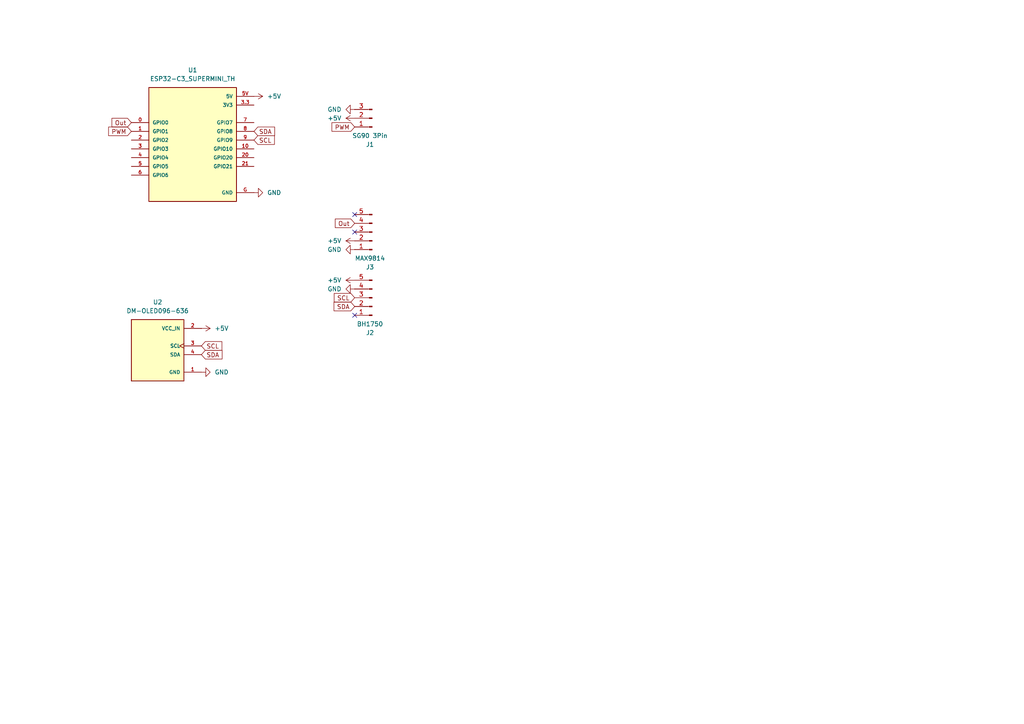
<source format=kicad_sch>
(kicad_sch (version 20250114) (generator "eeschema") (generator_version "9.0")
  (paper "A4")
  (lib_symbols
    (symbol "Connector:Conn_01x03_Pin" (pin_names (offset 1.016) (hide yes))
      (property "Reference" "J" (at 0 5.08 0))
      (property "Value" "Conn_01x03_Pin" (at 0 -5.08 0))
      (symbol "Conn_01x03_Pin_1_1"
        (rectangle (start 0.8636 2.667) (end 0 2.413) (stroke (width 0.1524)) (fill (type outline)))
        (rectangle (start 0.8636 0.127) (end 0 -0.127) (stroke (width 0.1524)) (fill (type outline)))
        (rectangle (start 0.8636 -2.413) (end 0 -2.667) (stroke (width 0.1524)) (fill (type outline)))
        (polyline (pts (xy 1.27 2.54) (xy 0.8636 2.54)) (stroke (width 0.1524)))
        (polyline (pts (xy 1.27 0) (xy 0.8636 0)) (stroke (width 0.1524)))
        (polyline (pts (xy 1.27 -2.54) (xy 0.8636 -2.54)) (stroke (width 0.1524)))
        (pin passive line (at 5.08 2.54 180) (length 3.81) (name "Pin_1") (number "1"))
        (pin passive line (at 5.08 0 180) (length 3.81) (name "Pin_2") (number "2"))
        (pin passive line (at 5.08 -2.54 180) (length 3.81) (name "Pin_3") (number "3"))
      )
    )
    (symbol "Connector:Conn_01x05_Pin" (pin_names (offset 1.016) (hide yes))
      (property "Reference" "J" (at 0 7.62 0))
      (property "Value" "Conn_01x05_Pin" (at 0 -7.62 0))
      (symbol "Conn_01x05_Pin_1_1"
        (rectangle (start 0.8636 5.207) (end 0 4.953) (stroke (width 0.1524)) (fill (type outline)))
        (rectangle (start 0.8636 2.667) (end 0 2.413) (stroke (width 0.1524)) (fill (type outline)))
        (rectangle (start 0.8636 0.127) (end 0 -0.127) (stroke (width 0.1524)) (fill (type outline)))
        (rectangle (start 0.8636 -2.413) (end 0 -2.667) (stroke (width 0.1524)) (fill (type outline)))
        (rectangle (start 0.8636 -4.953) (end 0 -5.207) (stroke (width 0.1524)) (fill (type outline)))
        (polyline (pts (xy 1.27 5.08) (xy 0.8636 5.08)) (stroke (width 0.1524)))
        (polyline (pts (xy 1.27 2.54) (xy 0.8636 2.54)) (stroke (width 0.1524)))
        (polyline (pts (xy 1.27 0) (xy 0.8636 0)) (stroke (width 0.1524)))
        (polyline (pts (xy 1.27 -2.54) (xy 0.8636 -2.54)) (stroke (width 0.1524)))
        (polyline (pts (xy 1.27 -5.08) (xy 0.8636 -5.08)) (stroke (width 0.1524)))
        (pin passive line (at 5.08 5.08 180) (length 3.81) (name "Pin_1") (number "1"))
        (pin passive line (at 5.08 2.54 180) (length 3.81) (name "Pin_2") (number "2"))
        (pin passive line (at 5.08 0 180) (length 3.81) (name "Pin_3") (number "3"))
        (pin passive line (at 5.08 -2.54 180) (length 3.81) (name "Pin_4") (number "4"))
        (pin passive line (at 5.08 -5.08 180) (length 3.81) (name "Pin_5") (number "5"))
      )
    )
    (symbol "ESP32-C3_SUPERMINI_TH:ESP32-C3_SUPERMINI_TH" (pin_names (offset 1.016))
      (property "Reference" "U" (at -12.7 16.002 0))
      (property "Value" "ESP32-C3_SUPERMINI_TH" (at -12.7 -20.32 0))
      (symbol "ESP32-C3_SUPERMINI_TH_0_0"
        (rectangle (start -12.7 -17.78) (end 12.7 15.24) (stroke (width 0.254)) (fill (type background)))
        (pin bidirectional line (at -17.78 5.08 0) (length 5.08) (name "GPIO0") (number "0"))
        (pin bidirectional line (at -17.78 2.54 0) (length 5.08) (name "GPIO1") (number "1"))
        (pin bidirectional line (at -17.78 0 0) (length 5.08) (name "GPIO2") (number "2"))
        (pin bidirectional line (at -17.78 -2.54 0) (length 5.08) (name "GPIO3") (number "3"))
        (pin bidirectional line (at -17.78 -5.08 0) (length 5.08) (name "GPIO4") (number "4"))
        (pin bidirectional line (at -17.78 -7.62 0) (length 5.08) (name "GPIO5") (number "5"))
        (pin bidirectional line (at -17.78 -10.16 0) (length 5.08) (name "GPIO6") (number "6"))
        (pin power_in line (at 17.78 12.7 180) (length 5.08) (name "5V") (number "5V"))
        (pin power_in line (at 17.78 10.16 180) (length 5.08) (name "3V3") (number "3.3"))
        (pin bidirectional line (at 17.78 5.08 180) (length 5.08) (name "GPIO7") (number "7"))
        (pin bidirectional line (at 17.78 2.54 180) (length 5.08) (name "GPIO8") (number "8"))
        (pin bidirectional line (at 17.78 0 180) (length 5.08) (name "GPIO9") (number "9"))
        (pin bidirectional line (at 17.78 -2.54 180) (length 5.08) (name "GPIO10") (number "10"))
        (pin bidirectional line (at 17.78 -5.08 180) (length 5.08) (name "GPIO20") (number "20"))
        (pin bidirectional line (at 17.78 -7.62 180) (length 5.08) (name "GPIO21") (number "21"))
        (pin power_in line (at 17.78 -15.24 180) (length 5.08) (name "GND") (number "G"))
      )
    )
    (symbol "OLED 0.96in:DM-OLED096-636" (pin_names (offset 1.016))
      (property "Reference" "U" (at -7.62 10.922 0))
      (property "Value" "DM-OLED096-636" (at -7.62 -10.16 0))
      (symbol "DM-OLED096-636_0_0"
        (rectangle (start -7.62 -7.62) (end 7.62 10.16) (stroke (width 0.254)) (fill (type background)))
        (pin power_in line (at 12.7 7.62 180) (length 5.08) (name "VCC_IN") (number "2"))
        (pin input clock (at 12.7 2.54 180) (length 5.08) (name "SCL") (number "3"))
        (pin bidirectional line (at 12.7 0 180) (length 5.08) (name "SDA") (number "4"))
        (pin power_in line (at 12.7 -5.08 180) (length 5.08) (name "GND") (number "1"))
      )
    )
    (symbol "power:+5V" (power) (pin_numbers (hide yes)) (pin_names (offset 0) (hide yes))
      (property "Value" "+5V" (at 0 3.556 0))
      (symbol "+5V_0_1"
        (polyline (pts (xy -0.762 1.27) (xy 0 2.54)))
        (polyline (pts (xy 0 2.54) (xy 0.762 1.27)))
        (polyline (pts (xy 0 0) (xy 0 2.54)))
      )
      (symbol "+5V_1_1"
        (pin power_in line (at 0 0 90) (length 0) (name "~") (number "1"))
      )
    )
    (symbol "power:GND" (power) (pin_numbers (hide yes)) (pin_names (offset 0) (hide yes))
      (property "Value" "GND" (at 0 -3.81 0))
      (symbol "GND_0_1"
        (polyline (pts (xy 0 0) (xy 0 -1.27) (xy 1.27 -1.27) (xy 0 -2.54) (xy -1.27 -1.27) (xy 0 -1.27)))
      )
      (symbol "GND_1_1"
        (pin power_in line (at 0 0 270) (length 0) (name "~") (number "1"))
      )
    )
  )
  (no_connect (at 102.87 62.23))
  (no_connect (at 102.87 67.31))
  (no_connect (at 102.87 91.44))
  (global_label "SCL" (shape input) (at 58.42 100.33 0) (property "Intersheetrefs" "${INTERSHEET_REFS}" (effects (hide yes))))
  (global_label "SCL" (shape input) (at 102.87 86.36 180) (property "Intersheetrefs" "${INTERSHEET_REFS}" (effects (hide yes))))
  (global_label "Out" (shape input) (at 102.87 64.77 180) (property "Intersheetrefs" "${INTERSHEET_REFS}" (effects (hide yes))))
  (global_label "Out" (shape input) (at 38.1 35.56 180) (property "Intersheetrefs" "${INTERSHEET_REFS}" (effects (hide yes))))
  (global_label "PWM" (shape input) (at 102.87 36.83 180) (property "Intersheetrefs" "${INTERSHEET_REFS}" (effects (hide yes))))
  (global_label "SDA" (shape input) (at 102.87 88.9 180) (property "Intersheetrefs" "${INTERSHEET_REFS}" (effects (hide yes))))
  (global_label "SCL" (shape input) (at 73.66 40.64 0) (property "Intersheetrefs" "${INTERSHEET_REFS}" (effects (hide yes))))
  (global_label "PWM" (shape input) (at 38.1 38.1 180) (property "Intersheetrefs" "${INTERSHEET_REFS}" (effects (hide yes))))
  (global_label "SDA" (shape input) (at 58.42 102.87 0) (property "Intersheetrefs" "${INTERSHEET_REFS}" (effects (hide yes))))
  (global_label "SDA" (shape input) (at 73.66 38.1 0) (property "Intersheetrefs" "${INTERSHEET_REFS}" (effects (hide yes))))
  (symbol (lib_id "power:+5V") (at 102.87 81.28 90) (unit 1)
    (property "Reference" "#PWR010" (effects (hide yes)))
    (property "Value" "+5V" (at 99.06 81.2799 90) (effects (justify left)))
    (property "Description" "Power symbol creates a global label with name \"+5V\"" (effects (hide yes)))
  )
  (symbol (lib_id "power:+5V") (at 73.66 27.94 270) (unit 1)
    (property "Reference" "#PWR01" (effects (hide yes)))
    (property "Value" "+5V" (at 77.47 27.9399 90) (effects (justify left)))
    (property "Description" "Power symbol creates a global label with name \"+5V\"" (effects (hide yes)))
  )
  (symbol (lib_id "power:GND") (at 102.87 83.82 270) (unit 1)
    (property "Reference" "#PWR09" (effects (hide yes)))
    (property "Value" "GND" (at 99.06 83.8199 90) (effects (justify right)))
    (property "Description" "Power symbol creates a global label with name \"GND\" , ground" (effects (hide yes)))
  )
  (symbol (lib_id "Connector:Conn_01x05_Pin") (at 107.95 86.36 180) (unit 1)
    (property "Reference" "J2" (at 107.315 96.52 0))
    (property "Value" "BH1750" (at 107.315 93.98 0))
    (property "Footprint" "Connectors - 2.54mm Pitch:PinHeader_1x05_P2.54mm_Vertical" (effects (hide yes)))
    (property "Description" "Generic connector, single row, 01x05, script generated" (effects (hide yes)))
  )
  (symbol (lib_id "power:+5V") (at 58.42 95.25 270) (unit 1)
    (property "Reference" "#PWR05" (effects (hide yes)))
    (property "Value" "+5V" (at 62.23 95.2499 90) (effects (justify left)))
    (property "Description" "Power symbol creates a global label with name \"+5V\"" (effects (hide yes)))
  )
  (symbol (lib_id "OLED 0.96in:DM-OLED096-636") (at 45.72 102.87 0) (unit 1)
    (property "Reference" "U2" (at 45.72 87.63 0))
    (property "Value" "DM-OLED096-636" (at 45.72 90.17 0))
    (property "Footprint" "OLED 0.96in:MODULE_DM-OLED096-636" (effects (hide yes)))
    (property "MF" "Display Module" (effects (hide yes)))
    (property "MAXIMUM_PACKAGE_HEIGHT" "11.3 mm" (effects (hide yes)))
    (property "Package" "Package" (effects (hide yes)))
    (property "Price" "None" (effects (hide yes)))
    (property "Check_prices" "https://www.snapeda.com/parts/DM-OLED096-636/Display+Module/view-part/?ref=eda" (effects (hide yes)))
    (property "STANDARD" "Manufacturer Recommendations" (effects (hide yes)))
    (property "PARTREV" "2018-09-10" (effects (hide yes)))
    (property "SnapEDA_Link" "https://www.snapeda.com/parts/DM-OLED096-636/Display+Module/view-part/?ref=snap" (effects (hide yes)))
    (property "MP" "DM-OLED096-636" (effects (hide yes)))
    (property "Description_1" "0.96” 128 X 64 MONOCHROME GRAPHIC OLED DISPLAY MODULE - I2C" (effects (hide yes)))
    (property "Availability" "Not in stock" (effects (hide yes)))
    (property "MANUFACTURER" "Displaymodule" (effects (hide yes)))
  )
  (symbol (lib_id "Connector:Conn_01x05_Pin") (at 107.95 67.31 180) (unit 1)
    (property "Reference" "J3" (at 107.315 77.47 0))
    (property "Value" "MAX9814" (at 107.315 74.93 0))
    (property "Footprint" "Connectors - 2.54mm Pitch:PinHeader_1x05_P2.54mm_Vertical" (effects (hide yes)))
    (property "Description" "Generic connector, single row, 01x05, script generated" (effects (hide yes)))
  )
  (symbol (lib_id "ESP32-C3_SUPERMINI_TH:ESP32-C3_SUPERMINI_TH") (at 55.88 40.64 0) (unit 1)
    (property "Reference" "U1" (at 55.88 20.32 0))
    (property "Value" "ESP32-C3_SUPERMINI_TH" (at 55.88 22.86 0))
    (property "Footprint" "ESP32 C3 Mini:MODULE_ESP32-C3_SUPERMINI_TH" (effects (hide yes)))
    (property "MF" "Espressif Systems" (effects (hide yes)))
    (property "Description_1" "Super tiny ESP32-C3 board" (effects (hide yes)))
    (property "CREATOR" "DIZAR" (effects (hide yes)))
    (property "Price" "None" (effects (hide yes)))
    (property "Package" "Package" (effects (hide yes)))
    (property "Check_prices" "https://www.snapeda.com/parts/ESP32-C3%20SuperMini_TH/Espressif+Systems/view-part/?ref=eda" (effects (hide yes)))
    (property "STANDARD" "IPC-7351B" (effects (hide yes)))
    (property "SnapEDA_Link" "https://www.snapeda.com/parts/ESP32-C3%20SuperMini_TH/Espressif+Systems/view-part/?ref=snap" (effects (hide yes)))
    (property "MP" "ESP32-C3 SuperMini_TH" (effects (hide yes)))
    (property "Availability" "Not in stock" (effects (hide yes)))
    (property "MANUFACTURER" "Espressif Systems" (effects (hide yes)))
  )
  (symbol (lib_id "power:GND") (at 102.87 72.39 270) (unit 1)
    (property "Reference" "#PWR07" (effects (hide yes)))
    (property "Value" "GND" (at 99.06 72.3899 90) (effects (justify right)))
    (property "Description" "Power symbol creates a global label with name \"GND\" , ground" (effects (hide yes)))
  )
  (symbol (lib_id "power:+5V") (at 102.87 69.85 90) (unit 1)
    (property "Reference" "#PWR08" (effects (hide yes)))
    (property "Value" "+5V" (at 99.06 69.8499 90) (effects (justify left)))
    (property "Description" "Power symbol creates a global label with name \"+5V\"" (effects (hide yes)))
  )
  (symbol (lib_id "power:+5V") (at 102.87 34.29 90) (unit 1)
    (property "Reference" "#PWR02" (effects (hide yes)))
    (property "Value" "+5V" (at 99.06 34.2901 90) (effects (justify left)))
    (property "Description" "Power symbol creates a global label with name \"+5V\"" (effects (hide yes)))
  )
  (symbol (lib_id "power:GND") (at 102.87 31.75 270) (unit 1)
    (property "Reference" "#PWR04" (effects (hide yes)))
    (property "Value" "GND" (at 99.06 31.7501 90) (effects (justify right)))
    (property "Description" "Power symbol creates a global label with name \"GND\" , ground" (effects (hide yes)))
  )
  (symbol (lib_id "Connector:Conn_01x03_Pin") (at 107.95 34.29 180) (unit 1)
    (property "Reference" "J1" (at 107.315 41.91 0))
    (property "Value" "SG90 3Pin" (at 107.315 39.37 0))
    (property "Footprint" "Connectors - 2.54mm Pitch:PinHeader_1x03_P2.54mm_Vertical" (effects (hide yes)))
    (property "Description" "Generic connector, single row, 01x03, script generated" (effects (hide yes)))
  )
  (symbol (lib_id "power:GND") (at 58.42 107.95 90) (unit 1)
    (property "Reference" "#PWR06" (effects (hide yes)))
    (property "Value" "GND" (at 62.23 107.9499 90) (effects (justify right)))
    (property "Description" "Power symbol creates a global label with name \"GND\" , ground" (effects (hide yes)))
  )
  (symbol (lib_id "power:GND") (at 73.66 55.88 90) (unit 1)
    (property "Reference" "#PWR03" (effects (hide yes)))
    (property "Value" "GND" (at 77.47 55.8799 90) (effects (justify right)))
    (property "Description" "Power symbol creates a global label with name \"GND\" , ground" (effects (hide yes)))
  )
)
</source>
